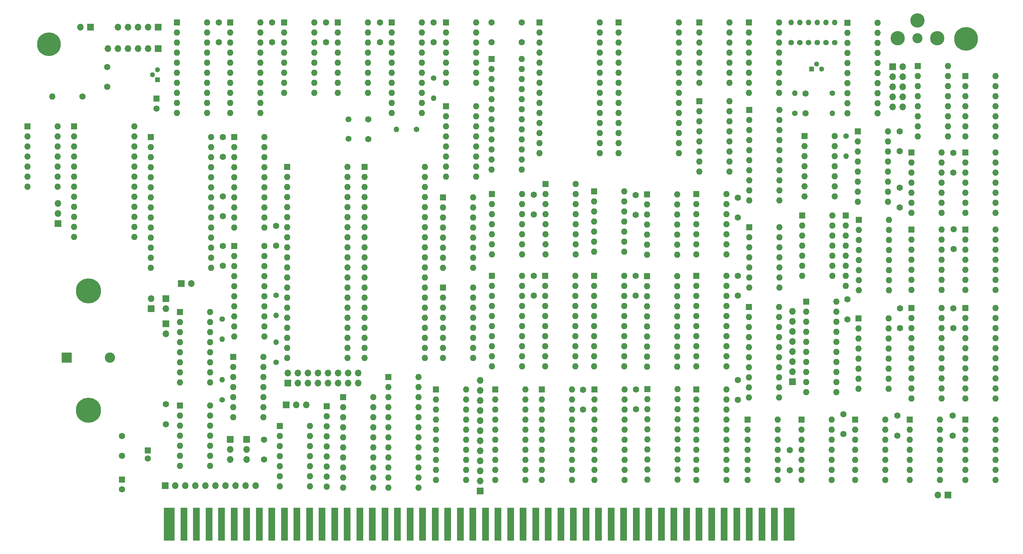
<source format=gbs>
%TF.GenerationSoftware,KiCad,Pcbnew,(6.0.10-0)*%
%TF.CreationDate,2024-01-14T15:11:39-05:00*%
%TF.ProjectId,s100_ColorMagic-1.0-001,73313030-5f43-46f6-9c6f-724d61676963,1.0-001*%
%TF.SameCoordinates,Original*%
%TF.FileFunction,Soldermask,Bot*%
%TF.FilePolarity,Negative*%
%FSLAX46Y46*%
G04 Gerber Fmt 4.6, Leading zero omitted, Abs format (unit mm)*
G04 Created by KiCad (PCBNEW (6.0.10-0)) date 2024-01-14 15:11:39*
%MOMM*%
%LPD*%
G01*
G04 APERTURE LIST*
%ADD10R,1.600000X1.600000*%
%ADD11O,1.600000X1.600000*%
%ADD12C,1.600000*%
%ADD13C,1.400000*%
%ADD14O,1.400000X1.400000*%
%ADD15C,1.500000*%
%ADD16R,1.700000X1.700000*%
%ADD17O,1.700000X1.700000*%
%ADD18C,6.000000*%
%ADD19C,3.616000*%
%ADD20C,2.550000*%
%ADD21R,1.300000X1.300000*%
%ADD22C,1.300000*%
%ADD23R,2.794000X8.382000*%
%ADD24R,1.778000X8.382000*%
%ADD25R,2.600000X2.600000*%
%ADD26C,2.600000*%
%ADD27C,6.350000*%
G04 APERTURE END LIST*
D10*
%TO.C,U67*%
X200000000Y-77760000D03*
D11*
X200000000Y-80300000D03*
X200000000Y-82840000D03*
X200000000Y-85380000D03*
X200000000Y-87920000D03*
X200000000Y-90460000D03*
X200000000Y-93000000D03*
X207620000Y-93000000D03*
X207620000Y-90460000D03*
X207620000Y-87920000D03*
X207620000Y-85380000D03*
X207620000Y-82840000D03*
X207620000Y-80300000D03*
X207620000Y-77760000D03*
%TD*%
D10*
%TO.C,U62*%
X199600000Y-126360000D03*
D11*
X199600000Y-128900000D03*
X199600000Y-131440000D03*
X199600000Y-133980000D03*
X199600000Y-136520000D03*
X199600000Y-139060000D03*
X199600000Y-141600000D03*
X207220000Y-141600000D03*
X207220000Y-139060000D03*
X207220000Y-136520000D03*
X207220000Y-133980000D03*
X207220000Y-131440000D03*
X207220000Y-128900000D03*
X207220000Y-126360000D03*
%TD*%
D10*
%TO.C,U51*%
X69580000Y-110560000D03*
D11*
X69580000Y-113100000D03*
X69580000Y-115640000D03*
X69580000Y-118180000D03*
X69580000Y-120720000D03*
X69580000Y-123260000D03*
X69580000Y-125800000D03*
X77200000Y-125800000D03*
X77200000Y-123260000D03*
X77200000Y-120720000D03*
X77200000Y-118180000D03*
X77200000Y-115640000D03*
X77200000Y-113100000D03*
X77200000Y-110560000D03*
%TD*%
D10*
%TO.C,U43*%
X186580000Y-90000000D03*
D11*
X186580000Y-92540000D03*
X186580000Y-95080000D03*
X186580000Y-97620000D03*
X186580000Y-100160000D03*
X186580000Y-102700000D03*
X186580000Y-105240000D03*
X186580000Y-107780000D03*
X186580000Y-110320000D03*
X186580000Y-112860000D03*
X194200000Y-112860000D03*
X194200000Y-110320000D03*
X194200000Y-107780000D03*
X194200000Y-105240000D03*
X194200000Y-102700000D03*
X194200000Y-100160000D03*
X194200000Y-97620000D03*
X194200000Y-95080000D03*
X194200000Y-92540000D03*
X194200000Y-90000000D03*
%TD*%
D10*
%TO.C,U17*%
X187380000Y-45960000D03*
D11*
X187380000Y-48500000D03*
X187380000Y-51040000D03*
X187380000Y-53580000D03*
X187380000Y-56120000D03*
X187380000Y-58660000D03*
X187380000Y-61200000D03*
X187380000Y-63740000D03*
X195000000Y-63740000D03*
X195000000Y-61200000D03*
X195000000Y-58660000D03*
X195000000Y-56120000D03*
X195000000Y-53580000D03*
X195000000Y-51040000D03*
X195000000Y-48500000D03*
X195000000Y-45960000D03*
%TD*%
D12*
%TO.C,C8*%
X103750000Y-50500000D03*
X103750000Y-55500000D03*
%TD*%
%TO.C,C3*%
X93050000Y-26000000D03*
X93050000Y-31000000D03*
%TD*%
D10*
%TO.C,U37*%
X69880000Y-82500000D03*
D11*
X69880000Y-85040000D03*
X69880000Y-87580000D03*
X69880000Y-90120000D03*
X69880000Y-92660000D03*
X69880000Y-95200000D03*
X69880000Y-97740000D03*
X69880000Y-100280000D03*
X69880000Y-102820000D03*
X69880000Y-105360000D03*
X77500000Y-105360000D03*
X77500000Y-102820000D03*
X77500000Y-100280000D03*
X77500000Y-97740000D03*
X77500000Y-95200000D03*
X77500000Y-92660000D03*
X77500000Y-90120000D03*
X77500000Y-87580000D03*
X77500000Y-85040000D03*
X77500000Y-82500000D03*
%TD*%
D10*
%TO.C,U66*%
X254580000Y-126360000D03*
D11*
X254580000Y-128900000D03*
X254580000Y-131440000D03*
X254580000Y-133980000D03*
X254580000Y-136520000D03*
X254580000Y-139060000D03*
X254580000Y-141600000D03*
X262200000Y-141600000D03*
X262200000Y-139060000D03*
X262200000Y-136520000D03*
X262200000Y-133980000D03*
X262200000Y-131440000D03*
X262200000Y-128900000D03*
X262200000Y-126360000D03*
%TD*%
D13*
%TO.C,R14*%
X80400000Y-111880000D03*
D14*
X80400000Y-106800000D03*
%TD*%
D10*
%TO.C,U6*%
X123380000Y-26000000D03*
D11*
X123380000Y-28540000D03*
X123380000Y-31080000D03*
X123380000Y-33620000D03*
X123380000Y-36160000D03*
X123380000Y-38700000D03*
X123380000Y-41240000D03*
X131000000Y-41240000D03*
X131000000Y-38700000D03*
X131000000Y-36160000D03*
X131000000Y-33620000D03*
X131000000Y-31080000D03*
X131000000Y-28540000D03*
X131000000Y-26000000D03*
%TD*%
D15*
%TO.C,Y1*%
X98750000Y-50500000D03*
X98750000Y-55400000D03*
%TD*%
D10*
%TO.C,U32*%
X186580000Y-69400000D03*
D11*
X186580000Y-71940000D03*
X186580000Y-74480000D03*
X186580000Y-77020000D03*
X186580000Y-79560000D03*
X186580000Y-82100000D03*
X186580000Y-84640000D03*
X194200000Y-84640000D03*
X194200000Y-82100000D03*
X194200000Y-79560000D03*
X194200000Y-77020000D03*
X194200000Y-74480000D03*
X194200000Y-71940000D03*
X194200000Y-69400000D03*
%TD*%
D12*
%TO.C,C33*%
X171345000Y-118765000D03*
X171345000Y-123765000D03*
%TD*%
D10*
%TO.C,U33*%
X213380000Y-74800000D03*
D11*
X213380000Y-77340000D03*
X213380000Y-79880000D03*
X213380000Y-82420000D03*
X213380000Y-84960000D03*
X213380000Y-87500000D03*
X213380000Y-90040000D03*
X221000000Y-90040000D03*
X221000000Y-87500000D03*
X221000000Y-84960000D03*
X221000000Y-82420000D03*
X221000000Y-79880000D03*
X221000000Y-77340000D03*
X221000000Y-74800000D03*
%TD*%
D16*
%TO.C,J4*%
X50600000Y-32600000D03*
D17*
X48060000Y-32600000D03*
X45520000Y-32600000D03*
X42980000Y-32600000D03*
X40440000Y-32600000D03*
X37900000Y-32600000D03*
%TD*%
D10*
%TO.C,U27*%
X122580000Y-70200000D03*
D11*
X122580000Y-72740000D03*
X122580000Y-75280000D03*
X122580000Y-77820000D03*
X122580000Y-80360000D03*
X122580000Y-82900000D03*
X122580000Y-85440000D03*
X122580000Y-87980000D03*
X130200000Y-87980000D03*
X130200000Y-85440000D03*
X130200000Y-82900000D03*
X130200000Y-80360000D03*
X130200000Y-77820000D03*
X130200000Y-75280000D03*
X130200000Y-72740000D03*
X130200000Y-70200000D03*
%TD*%
D12*
%TO.C,C15*%
X145525000Y-69515000D03*
X145525000Y-74515000D03*
%TD*%
D13*
%TO.C,R3*%
X215000000Y-31080000D03*
D14*
X215000000Y-26000000D03*
%TD*%
D12*
%TO.C,C17*%
X197100000Y-70275000D03*
X197100000Y-75275000D03*
%TD*%
%TO.C,C19*%
X80400000Y-82400000D03*
X80400000Y-77400000D03*
%TD*%
D10*
%TO.C,U29*%
X148500000Y-66860000D03*
D11*
X148500000Y-69400000D03*
X148500000Y-71940000D03*
X148500000Y-74480000D03*
X148500000Y-77020000D03*
X148500000Y-79560000D03*
X148500000Y-82100000D03*
X148500000Y-84640000D03*
X156120000Y-84640000D03*
X156120000Y-82100000D03*
X156120000Y-79560000D03*
X156120000Y-77020000D03*
X156120000Y-74480000D03*
X156120000Y-71940000D03*
X156120000Y-69400000D03*
X156120000Y-66860000D03*
%TD*%
D13*
%TO.C,R16*%
X80400000Y-94920000D03*
D14*
X80400000Y-100000000D03*
%TD*%
D10*
%TO.C,U55*%
X108780000Y-115600000D03*
D11*
X108780000Y-118140000D03*
X108780000Y-120680000D03*
X108780000Y-123220000D03*
X108780000Y-125760000D03*
X108780000Y-128300000D03*
X108780000Y-130840000D03*
X108780000Y-133380000D03*
X108780000Y-135920000D03*
X108780000Y-138460000D03*
X108780000Y-141000000D03*
X108780000Y-143540000D03*
X116400000Y-143540000D03*
X116400000Y-141000000D03*
X116400000Y-138460000D03*
X116400000Y-135920000D03*
X116400000Y-133380000D03*
X116400000Y-130840000D03*
X116400000Y-128300000D03*
X116400000Y-125760000D03*
X116400000Y-123220000D03*
X116400000Y-120680000D03*
X116400000Y-118140000D03*
X116400000Y-115600000D03*
%TD*%
D18*
%TO.C,H2*%
X23000000Y-31500000D03*
%TD*%
D16*
%TO.C,JP4*%
X52600000Y-95800000D03*
D17*
X52600000Y-98340000D03*
%TD*%
D13*
%TO.C,R9*%
X211500000Y-49000000D03*
D14*
X211500000Y-43920000D03*
%TD*%
D10*
%TO.C,U20*%
X227400000Y-53500000D03*
D11*
X227400000Y-56040000D03*
X227400000Y-58580000D03*
X227400000Y-61120000D03*
X227400000Y-63660000D03*
X227400000Y-66200000D03*
X227400000Y-68740000D03*
X227400000Y-71280000D03*
X235020000Y-71280000D03*
X235020000Y-68740000D03*
X235020000Y-66200000D03*
X235020000Y-63660000D03*
X235020000Y-61120000D03*
X235020000Y-58580000D03*
X235020000Y-56040000D03*
X235020000Y-53500000D03*
%TD*%
D10*
%TO.C,U52*%
X56180000Y-122760000D03*
D11*
X56180000Y-125300000D03*
X56180000Y-127840000D03*
X56180000Y-130380000D03*
X56180000Y-132920000D03*
X56180000Y-135460000D03*
X56180000Y-138000000D03*
X63800000Y-138000000D03*
X63800000Y-135460000D03*
X63800000Y-132920000D03*
X63800000Y-130380000D03*
X63800000Y-127840000D03*
X63800000Y-125300000D03*
X63800000Y-122760000D03*
%TD*%
D10*
%TO.C,U57*%
X135780000Y-118740000D03*
D11*
X135780000Y-121280000D03*
X135780000Y-123820000D03*
X135780000Y-126360000D03*
X135780000Y-128900000D03*
X135780000Y-131440000D03*
X135780000Y-133980000D03*
X135780000Y-136520000D03*
X135780000Y-139060000D03*
X135780000Y-141600000D03*
X143400000Y-141600000D03*
X143400000Y-139060000D03*
X143400000Y-136520000D03*
X143400000Y-133980000D03*
X143400000Y-131440000D03*
X143400000Y-128900000D03*
X143400000Y-126360000D03*
X143400000Y-123820000D03*
X143400000Y-121280000D03*
X143400000Y-118740000D03*
%TD*%
D12*
%TO.C,C38*%
X223800000Y-125000000D03*
X223800000Y-130000000D03*
%TD*%
D16*
%TO.C,J3*%
X50600000Y-27250000D03*
D17*
X48060000Y-27250000D03*
X45520000Y-27250000D03*
X42980000Y-27250000D03*
X40440000Y-27250000D03*
%TD*%
D16*
%TO.C,JP12*%
X132000000Y-144400000D03*
D17*
X132000000Y-141860000D03*
X132000000Y-139320000D03*
X132000000Y-136780000D03*
X132000000Y-134240000D03*
X132000000Y-131700000D03*
X132000000Y-129160000D03*
X132000000Y-126620000D03*
X132000000Y-124080000D03*
X132000000Y-121540000D03*
X132000000Y-119000000D03*
X132000000Y-116460000D03*
%TD*%
D13*
%TO.C,R5*%
X219400000Y-31080000D03*
D14*
X219400000Y-26000000D03*
%TD*%
D10*
%TO.C,U12*%
X242580000Y-37020000D03*
D11*
X242580000Y-39560000D03*
X242580000Y-42100000D03*
X242580000Y-44640000D03*
X242580000Y-47180000D03*
X242580000Y-49720000D03*
X242580000Y-52260000D03*
X242580000Y-54800000D03*
X250200000Y-54800000D03*
X250200000Y-52260000D03*
X250200000Y-49720000D03*
X250200000Y-47180000D03*
X250200000Y-44640000D03*
X250200000Y-42100000D03*
X250200000Y-39560000D03*
X250200000Y-37020000D03*
%TD*%
D10*
%TO.C,U56*%
X120800000Y-118740000D03*
D11*
X120800000Y-121280000D03*
X120800000Y-123820000D03*
X120800000Y-126360000D03*
X120800000Y-128900000D03*
X120800000Y-131440000D03*
X120800000Y-133980000D03*
X120800000Y-136520000D03*
X120800000Y-139060000D03*
X120800000Y-141600000D03*
X128420000Y-141600000D03*
X128420000Y-139060000D03*
X128420000Y-136520000D03*
X128420000Y-133980000D03*
X128420000Y-131440000D03*
X128420000Y-128900000D03*
X128420000Y-126360000D03*
X128420000Y-123820000D03*
X128420000Y-121280000D03*
X128420000Y-118740000D03*
%TD*%
D12*
%TO.C,C4*%
X106650000Y-26000000D03*
X106650000Y-31000000D03*
%TD*%
D13*
%TO.C,R7*%
X120250000Y-40120000D03*
D14*
X120250000Y-45200000D03*
%TD*%
D12*
%TO.C,C39*%
X237400000Y-125375000D03*
X237400000Y-130375000D03*
%TD*%
D13*
%TO.C,R6*%
X221600000Y-31080000D03*
D14*
X221600000Y-26000000D03*
%TD*%
D12*
%TO.C,C6*%
X134900000Y-26000000D03*
X134900000Y-31000000D03*
%TD*%
D13*
%TO.C,R1*%
X210600000Y-31080000D03*
D14*
X210600000Y-26000000D03*
%TD*%
D12*
%TO.C,C20*%
X238000000Y-72800000D03*
X238000000Y-67800000D03*
%TD*%
%TO.C,R21*%
X31500000Y-44750000D03*
D11*
X23880000Y-44750000D03*
%TD*%
D12*
%TO.C,C1*%
X65970000Y-26000000D03*
X65970000Y-31000000D03*
%TD*%
%TO.C,C5*%
X120250000Y-26000000D03*
X120250000Y-31000000D03*
%TD*%
D19*
%TO.C,J2*%
X247500000Y-30000000D03*
X237500000Y-30000000D03*
X242500000Y-25500000D03*
D20*
X242500000Y-30000000D03*
%TD*%
D10*
%TO.C,U61*%
X186600000Y-118730000D03*
D11*
X186600000Y-121270000D03*
X186600000Y-123810000D03*
X186600000Y-126350000D03*
X186600000Y-128890000D03*
X186600000Y-131430000D03*
X186600000Y-133970000D03*
X186600000Y-136510000D03*
X186600000Y-139050000D03*
X186600000Y-141590000D03*
X194220000Y-141590000D03*
X194220000Y-139050000D03*
X194220000Y-136510000D03*
X194220000Y-133970000D03*
X194220000Y-131430000D03*
X194220000Y-128890000D03*
X194220000Y-126350000D03*
X194220000Y-123810000D03*
X194220000Y-121270000D03*
X194220000Y-118730000D03*
%TD*%
D12*
%TO.C,C11*%
X238000000Y-53500000D03*
X238000000Y-58500000D03*
%TD*%
%TO.C,C24*%
X171275000Y-90050000D03*
X171275000Y-95050000D03*
%TD*%
D10*
%TO.C,U46*%
X227630000Y-100750000D03*
D11*
X227630000Y-103290000D03*
X227630000Y-105830000D03*
X227630000Y-108370000D03*
X227630000Y-110910000D03*
X227630000Y-113450000D03*
X227630000Y-115990000D03*
X227630000Y-118530000D03*
X235250000Y-118530000D03*
X235250000Y-115990000D03*
X235250000Y-113450000D03*
X235250000Y-110910000D03*
X235250000Y-108370000D03*
X235250000Y-105830000D03*
X235250000Y-103290000D03*
X235250000Y-100750000D03*
%TD*%
D13*
%TO.C,R17*%
X66800000Y-121400000D03*
D14*
X66800000Y-116320000D03*
%TD*%
D10*
%TO.C,U1*%
X55350000Y-26000000D03*
D11*
X55350000Y-28540000D03*
X55350000Y-31080000D03*
X55350000Y-33620000D03*
X55350000Y-36160000D03*
X55350000Y-38700000D03*
X55350000Y-41240000D03*
X55350000Y-43780000D03*
X55350000Y-46320000D03*
X55350000Y-48860000D03*
X62970000Y-48860000D03*
X62970000Y-46320000D03*
X62970000Y-43780000D03*
X62970000Y-41240000D03*
X62970000Y-38700000D03*
X62970000Y-36160000D03*
X62970000Y-33620000D03*
X62970000Y-31080000D03*
X62970000Y-28540000D03*
X62970000Y-26000000D03*
%TD*%
D16*
%TO.C,JP10*%
X52380000Y-143000000D03*
D17*
X54920000Y-143000000D03*
X57460000Y-143000000D03*
X60000000Y-143000000D03*
X62540000Y-143000000D03*
X65080000Y-143000000D03*
X67620000Y-143000000D03*
X70160000Y-143000000D03*
X72700000Y-143000000D03*
X75240000Y-143000000D03*
%TD*%
D16*
%TO.C,JP3*%
X48900000Y-98340000D03*
D17*
X48900000Y-95800000D03*
%TD*%
D10*
%TO.C,U41*%
X160800000Y-90050000D03*
D11*
X160800000Y-92590000D03*
X160800000Y-95130000D03*
X160800000Y-97670000D03*
X160800000Y-100210000D03*
X160800000Y-102750000D03*
X160800000Y-105290000D03*
X160800000Y-107830000D03*
X160800000Y-110370000D03*
X160800000Y-112910000D03*
X168420000Y-112910000D03*
X168420000Y-110370000D03*
X168420000Y-107830000D03*
X168420000Y-105290000D03*
X168420000Y-102750000D03*
X168420000Y-100210000D03*
X168420000Y-97670000D03*
X168420000Y-95130000D03*
X168420000Y-92590000D03*
X168420000Y-90050000D03*
%TD*%
D10*
%TO.C,U7*%
X147000000Y-26000000D03*
D11*
X147000000Y-28540000D03*
X147000000Y-31080000D03*
X147000000Y-33620000D03*
X147000000Y-36160000D03*
X147000000Y-38700000D03*
X147000000Y-41240000D03*
X147000000Y-43780000D03*
X147000000Y-46320000D03*
X147000000Y-48860000D03*
X147000000Y-51400000D03*
X147000000Y-53940000D03*
X147000000Y-56480000D03*
X147000000Y-59020000D03*
X162240000Y-59020000D03*
X162240000Y-56480000D03*
X162240000Y-53940000D03*
X162240000Y-51400000D03*
X162240000Y-48860000D03*
X162240000Y-46320000D03*
X162240000Y-43780000D03*
X162240000Y-41240000D03*
X162240000Y-38700000D03*
X162240000Y-36160000D03*
X162240000Y-33620000D03*
X162240000Y-31080000D03*
X162240000Y-28540000D03*
X162240000Y-26000000D03*
%TD*%
D10*
%TO.C,C36*%
X50250000Y-45250000D03*
D12*
X50250000Y-47750000D03*
%TD*%
D10*
%TO.C,U8*%
X167000000Y-26000000D03*
D11*
X167000000Y-28540000D03*
X167000000Y-31080000D03*
X167000000Y-33620000D03*
X167000000Y-36160000D03*
X167000000Y-38700000D03*
X167000000Y-41240000D03*
X167000000Y-43780000D03*
X167000000Y-46320000D03*
X167000000Y-48860000D03*
X167000000Y-51400000D03*
X167000000Y-53940000D03*
X167000000Y-56480000D03*
X167000000Y-59020000D03*
X182240000Y-59020000D03*
X182240000Y-56480000D03*
X182240000Y-53940000D03*
X182240000Y-51400000D03*
X182240000Y-48860000D03*
X182240000Y-46320000D03*
X182240000Y-43780000D03*
X182240000Y-41240000D03*
X182240000Y-38700000D03*
X182240000Y-36160000D03*
X182240000Y-33620000D03*
X182240000Y-31080000D03*
X182240000Y-28540000D03*
X182240000Y-26000000D03*
%TD*%
D10*
%TO.C,U19*%
X214000000Y-54750000D03*
D11*
X214000000Y-57290000D03*
X214000000Y-59830000D03*
X214000000Y-62370000D03*
X214000000Y-64910000D03*
X214000000Y-67450000D03*
X214000000Y-69990000D03*
X221620000Y-69990000D03*
X221620000Y-67450000D03*
X221620000Y-64910000D03*
X221620000Y-62370000D03*
X221620000Y-59830000D03*
X221620000Y-57290000D03*
X221620000Y-54750000D03*
%TD*%
D12*
%TO.C,C18*%
X67000000Y-60000000D03*
X67000000Y-55000000D03*
%TD*%
D10*
%TO.C,U34*%
X227680000Y-75870000D03*
D11*
X227680000Y-78410000D03*
X227680000Y-80950000D03*
X227680000Y-83490000D03*
X227680000Y-86030000D03*
X227680000Y-88570000D03*
X227680000Y-91110000D03*
X227680000Y-93650000D03*
X235300000Y-93650000D03*
X235300000Y-91110000D03*
X235300000Y-88570000D03*
X235300000Y-86030000D03*
X235300000Y-83490000D03*
X235300000Y-80950000D03*
X235300000Y-78410000D03*
X235300000Y-75870000D03*
%TD*%
D12*
%TO.C,C21*%
X251600000Y-78300000D03*
X251600000Y-83300000D03*
%TD*%
%TO.C,C7*%
X142500000Y-26000000D03*
X142500000Y-31000000D03*
%TD*%
D10*
%TO.C,U4*%
X96050000Y-26000000D03*
D11*
X96050000Y-28540000D03*
X96050000Y-31080000D03*
X96050000Y-33620000D03*
X96050000Y-36160000D03*
X96050000Y-38700000D03*
X96050000Y-41240000D03*
X96050000Y-43780000D03*
X103670000Y-43780000D03*
X103670000Y-41240000D03*
X103670000Y-38700000D03*
X103670000Y-36160000D03*
X103670000Y-33620000D03*
X103670000Y-31080000D03*
X103670000Y-28540000D03*
X103670000Y-26000000D03*
%TD*%
D10*
%TO.C,U2*%
X68850000Y-26000000D03*
D11*
X68850000Y-28540000D03*
X68850000Y-31080000D03*
X68850000Y-33620000D03*
X68850000Y-36160000D03*
X68850000Y-38700000D03*
X68850000Y-41240000D03*
X68850000Y-43780000D03*
X68850000Y-46320000D03*
X68850000Y-48860000D03*
X76470000Y-48860000D03*
X76470000Y-46320000D03*
X76470000Y-43780000D03*
X76470000Y-41240000D03*
X76470000Y-38700000D03*
X76470000Y-36160000D03*
X76470000Y-33620000D03*
X76470000Y-31080000D03*
X76470000Y-28540000D03*
X76470000Y-26000000D03*
%TD*%
D10*
%TO.C,U15*%
X123380000Y-47200000D03*
D11*
X123380000Y-49740000D03*
X123380000Y-52280000D03*
X123380000Y-54820000D03*
X123380000Y-57360000D03*
X123380000Y-59900000D03*
X123380000Y-62440000D03*
X123380000Y-64980000D03*
X131000000Y-64980000D03*
X131000000Y-62440000D03*
X131000000Y-59900000D03*
X131000000Y-57360000D03*
X131000000Y-54820000D03*
X131000000Y-52280000D03*
X131000000Y-49740000D03*
X131000000Y-47200000D03*
%TD*%
D12*
%TO.C,C10*%
X67000000Y-87500000D03*
X67000000Y-82500000D03*
%TD*%
D10*
%TO.C,U38*%
X122580000Y-93000000D03*
D11*
X122580000Y-95540000D03*
X122580000Y-98080000D03*
X122580000Y-100620000D03*
X122580000Y-103160000D03*
X122580000Y-105700000D03*
X122580000Y-108240000D03*
X122580000Y-110780000D03*
X130200000Y-110780000D03*
X130200000Y-108240000D03*
X130200000Y-105700000D03*
X130200000Y-103160000D03*
X130200000Y-100620000D03*
X130200000Y-98080000D03*
X130200000Y-95540000D03*
X130200000Y-93000000D03*
%TD*%
D10*
%TO.C,U5*%
X109650000Y-26000000D03*
D11*
X109650000Y-28540000D03*
X109650000Y-31080000D03*
X109650000Y-33620000D03*
X109650000Y-36160000D03*
X109650000Y-38700000D03*
X109650000Y-41240000D03*
X109650000Y-43780000D03*
X109650000Y-46320000D03*
X109650000Y-48860000D03*
X117270000Y-48860000D03*
X117270000Y-46320000D03*
X117270000Y-43780000D03*
X117270000Y-41240000D03*
X117270000Y-38700000D03*
X117270000Y-36160000D03*
X117270000Y-33620000D03*
X117270000Y-31080000D03*
X117270000Y-28540000D03*
X117270000Y-26000000D03*
%TD*%
D16*
%TO.C,JP6*%
X83420000Y-117140000D03*
D17*
X83420000Y-114600000D03*
X85960000Y-117140000D03*
X85960000Y-114600000D03*
X88500000Y-117140000D03*
X88500000Y-114600000D03*
X91040000Y-117140000D03*
X91040000Y-114600000D03*
X93580000Y-117140000D03*
X93580000Y-114600000D03*
X96120000Y-117140000D03*
X96120000Y-114600000D03*
X98660000Y-117140000D03*
X98660000Y-114600000D03*
X101200000Y-117140000D03*
X101200000Y-114600000D03*
%TD*%
D12*
%TO.C,C26*%
X224800000Y-101000000D03*
X224800000Y-96000000D03*
%TD*%
D10*
%TO.C,U59*%
X160900000Y-118730000D03*
D11*
X160900000Y-121270000D03*
X160900000Y-123810000D03*
X160900000Y-126350000D03*
X160900000Y-128890000D03*
X160900000Y-131430000D03*
X160900000Y-133970000D03*
X160900000Y-136510000D03*
X160900000Y-139050000D03*
X160900000Y-141590000D03*
X168520000Y-141590000D03*
X168520000Y-139050000D03*
X168520000Y-136510000D03*
X168520000Y-133970000D03*
X168520000Y-131430000D03*
X168520000Y-128890000D03*
X168520000Y-126350000D03*
X168520000Y-123810000D03*
X168520000Y-121270000D03*
X168520000Y-118730000D03*
%TD*%
D13*
%TO.C,R2*%
X212800000Y-31080000D03*
D14*
X212800000Y-26000000D03*
%TD*%
D21*
%TO.C,U49*%
X50500000Y-40500000D03*
D22*
X49230000Y-39230000D03*
X50500000Y-37960000D03*
%TD*%
D16*
%TO.C,JP7*%
X83000000Y-122600000D03*
D17*
X85540000Y-122600000D03*
X88080000Y-122600000D03*
%TD*%
D12*
%TO.C,C34*%
X197070000Y-116340000D03*
X197070000Y-121340000D03*
%TD*%
D16*
%TO.C,JP2*%
X56460000Y-92000000D03*
D17*
X59000000Y-92000000D03*
%TD*%
D10*
%TO.C,U54*%
X97380000Y-120640000D03*
D11*
X97380000Y-123180000D03*
X97380000Y-125720000D03*
X97380000Y-128260000D03*
X97380000Y-130800000D03*
X97380000Y-133340000D03*
X97380000Y-135880000D03*
X97380000Y-138420000D03*
X97380000Y-140960000D03*
X97380000Y-143500000D03*
X105000000Y-143500000D03*
X105000000Y-140960000D03*
X105000000Y-138420000D03*
X105000000Y-135880000D03*
X105000000Y-133340000D03*
X105000000Y-130800000D03*
X105000000Y-128260000D03*
X105000000Y-125720000D03*
X105000000Y-123180000D03*
X105000000Y-120640000D03*
%TD*%
D10*
%TO.C,U65*%
X240580000Y-126360000D03*
D11*
X240580000Y-128900000D03*
X240580000Y-131440000D03*
X240580000Y-133980000D03*
X240580000Y-136520000D03*
X240580000Y-139060000D03*
X240580000Y-141600000D03*
X248200000Y-141600000D03*
X248200000Y-139060000D03*
X248200000Y-136520000D03*
X248200000Y-133980000D03*
X248200000Y-131440000D03*
X248200000Y-128900000D03*
X248200000Y-126360000D03*
%TD*%
D10*
%TO.C,U58*%
X147600000Y-118740000D03*
D11*
X147600000Y-121280000D03*
X147600000Y-123820000D03*
X147600000Y-126360000D03*
X147600000Y-128900000D03*
X147600000Y-131440000D03*
X147600000Y-133980000D03*
X147600000Y-136520000D03*
X147600000Y-139060000D03*
X147600000Y-141600000D03*
X155220000Y-141600000D03*
X155220000Y-139060000D03*
X155220000Y-136520000D03*
X155220000Y-133980000D03*
X155220000Y-131440000D03*
X155220000Y-128900000D03*
X155220000Y-126360000D03*
X155220000Y-123820000D03*
X155220000Y-121280000D03*
X155220000Y-118740000D03*
%TD*%
D10*
%TO.C,U47*%
X240980000Y-98200000D03*
D11*
X240980000Y-100740000D03*
X240980000Y-103280000D03*
X240980000Y-105820000D03*
X240980000Y-108360000D03*
X240980000Y-110900000D03*
X240980000Y-113440000D03*
X240980000Y-115980000D03*
X240980000Y-118520000D03*
X240980000Y-121060000D03*
X248600000Y-121060000D03*
X248600000Y-118520000D03*
X248600000Y-115980000D03*
X248600000Y-113440000D03*
X248600000Y-110900000D03*
X248600000Y-108360000D03*
X248600000Y-105820000D03*
X248600000Y-103280000D03*
X248600000Y-100740000D03*
X248600000Y-98200000D03*
%TD*%
D23*
%TO.C,P1*%
X53467000Y-152781000D03*
D24*
X57150000Y-152781000D03*
X60325000Y-152781000D03*
X63500000Y-152781000D03*
X66675000Y-152781000D03*
X69850000Y-152781000D03*
X73025000Y-152781000D03*
X76200000Y-152781000D03*
X79375000Y-152781000D03*
X82550000Y-152781000D03*
X85725000Y-152781000D03*
X88900000Y-152781000D03*
X92075000Y-152781000D03*
X95250000Y-152781000D03*
X98425000Y-152781000D03*
X101600000Y-152781000D03*
X104775000Y-152781000D03*
X107950000Y-152781000D03*
X111125000Y-152781000D03*
X114300000Y-152781000D03*
X117475000Y-152781000D03*
X120650000Y-152781000D03*
X123825000Y-152781000D03*
X127000000Y-152781000D03*
X130175000Y-152781000D03*
X133350000Y-152781000D03*
X136525000Y-152781000D03*
X139700000Y-152781000D03*
X142875000Y-152781000D03*
X146050000Y-152781000D03*
X149225000Y-152781000D03*
X152400000Y-152781000D03*
X155575000Y-152781000D03*
X158750000Y-152781000D03*
X161925000Y-152781000D03*
X165100000Y-152781000D03*
X168275000Y-152781000D03*
X171450000Y-152781000D03*
X174625000Y-152781000D03*
X177800000Y-152781000D03*
X180975000Y-152781000D03*
X184150000Y-152781000D03*
X187325000Y-152781000D03*
X190500000Y-152781000D03*
X193675000Y-152781000D03*
X196850000Y-152781000D03*
X200025000Y-152781000D03*
X203200000Y-152781000D03*
X206375000Y-152781000D03*
D23*
X210058000Y-152781000D03*
%TD*%
D10*
%TO.C,U42*%
X174205000Y-90100000D03*
D11*
X174205000Y-92640000D03*
X174205000Y-95180000D03*
X174205000Y-97720000D03*
X174205000Y-100260000D03*
X174205000Y-102800000D03*
X174205000Y-105340000D03*
X174205000Y-107880000D03*
X174205000Y-110420000D03*
X174205000Y-112960000D03*
X181825000Y-112960000D03*
X181825000Y-110420000D03*
X181825000Y-107880000D03*
X181825000Y-105340000D03*
X181825000Y-102800000D03*
X181825000Y-100260000D03*
X181825000Y-97720000D03*
X181825000Y-95180000D03*
X181825000Y-92640000D03*
X181825000Y-90100000D03*
%TD*%
D10*
%TO.C,U39*%
X135000000Y-90000000D03*
D11*
X135000000Y-92540000D03*
X135000000Y-95080000D03*
X135000000Y-97620000D03*
X135000000Y-100160000D03*
X135000000Y-102700000D03*
X135000000Y-105240000D03*
X135000000Y-107780000D03*
X135000000Y-110320000D03*
X135000000Y-112860000D03*
X142620000Y-112860000D03*
X142620000Y-110320000D03*
X142620000Y-107780000D03*
X142620000Y-105240000D03*
X142620000Y-102700000D03*
X142620000Y-100160000D03*
X142620000Y-97620000D03*
X142620000Y-95080000D03*
X142620000Y-92540000D03*
X142620000Y-90000000D03*
%TD*%
D21*
%TO.C,Q1*%
X215710000Y-37750000D03*
D22*
X216980000Y-36480000D03*
X218250000Y-37750000D03*
%TD*%
D10*
%TO.C,U10*%
X199880000Y-26000000D03*
D11*
X199880000Y-28540000D03*
X199880000Y-31080000D03*
X199880000Y-33620000D03*
X199880000Y-36160000D03*
X199880000Y-38700000D03*
X199880000Y-41240000D03*
X199880000Y-43780000D03*
X207500000Y-43780000D03*
X207500000Y-41240000D03*
X207500000Y-38700000D03*
X207500000Y-36160000D03*
X207500000Y-33620000D03*
X207500000Y-31080000D03*
X207500000Y-28540000D03*
X207500000Y-26000000D03*
%TD*%
D16*
%TO.C,JP15*%
X250200000Y-145400000D03*
D17*
X247660000Y-145400000D03*
%TD*%
D12*
%TO.C,C12*%
X251550000Y-58950000D03*
X251550000Y-63950000D03*
%TD*%
D10*
%TO.C,RN2*%
X93200000Y-123000000D03*
D11*
X93200000Y-125540000D03*
X93200000Y-128080000D03*
X93200000Y-130620000D03*
X93200000Y-133160000D03*
X93200000Y-135700000D03*
X93200000Y-138240000D03*
X93200000Y-140780000D03*
X93200000Y-143320000D03*
%TD*%
D10*
%TO.C,C37*%
X48000000Y-134167044D03*
D12*
X48000000Y-136167044D03*
%TD*%
%TO.C,C25*%
X197125000Y-90000000D03*
X197125000Y-95000000D03*
%TD*%
D10*
%TO.C,RN1*%
X224400000Y-74760000D03*
D11*
X224400000Y-77300000D03*
X224400000Y-79840000D03*
X224400000Y-82380000D03*
X224400000Y-84920000D03*
X224400000Y-87460000D03*
X224400000Y-90000000D03*
X224400000Y-92540000D03*
%TD*%
D12*
%TO.C,C31*%
X210200000Y-134100000D03*
X210200000Y-139100000D03*
%TD*%
D10*
%TO.C,U13*%
X254580000Y-39560000D03*
D11*
X254580000Y-42100000D03*
X254580000Y-44640000D03*
X254580000Y-47180000D03*
X254580000Y-49720000D03*
X254580000Y-52260000D03*
X254580000Y-54800000D03*
X262200000Y-54800000D03*
X262200000Y-52260000D03*
X262200000Y-49720000D03*
X262200000Y-47180000D03*
X262200000Y-44640000D03*
X262200000Y-42100000D03*
X262200000Y-39560000D03*
%TD*%
D10*
%TO.C,U36*%
X254600000Y-78360000D03*
D11*
X254600000Y-80900000D03*
X254600000Y-83440000D03*
X254600000Y-85980000D03*
X254600000Y-88520000D03*
X254600000Y-91060000D03*
X254600000Y-93600000D03*
X262220000Y-93600000D03*
X262220000Y-91060000D03*
X262220000Y-88520000D03*
X262220000Y-85980000D03*
X262220000Y-83440000D03*
X262220000Y-80900000D03*
X262220000Y-78360000D03*
%TD*%
D10*
%TO.C,U26*%
X102760000Y-62500000D03*
D11*
X102760000Y-65040000D03*
X102760000Y-67580000D03*
X102760000Y-70120000D03*
X102760000Y-72660000D03*
X102760000Y-75200000D03*
X102760000Y-77740000D03*
X102760000Y-80280000D03*
X102760000Y-82820000D03*
X102760000Y-85360000D03*
X102760000Y-87900000D03*
X102760000Y-90440000D03*
X102760000Y-92980000D03*
X102760000Y-95520000D03*
X102760000Y-98060000D03*
X102760000Y-100600000D03*
X102760000Y-103140000D03*
X102760000Y-105680000D03*
X102760000Y-108220000D03*
X102760000Y-110760000D03*
X118000000Y-110760000D03*
X118000000Y-108220000D03*
X118000000Y-105680000D03*
X118000000Y-103140000D03*
X118000000Y-100600000D03*
X118000000Y-98060000D03*
X118000000Y-95520000D03*
X118000000Y-92980000D03*
X118000000Y-90440000D03*
X118000000Y-87900000D03*
X118000000Y-85360000D03*
X118000000Y-82820000D03*
X118000000Y-80280000D03*
X118000000Y-77740000D03*
X118000000Y-75200000D03*
X118000000Y-72660000D03*
X118000000Y-70120000D03*
X118000000Y-67580000D03*
X118000000Y-65040000D03*
X118000000Y-62500000D03*
%TD*%
D13*
%TO.C,R4*%
X217200000Y-31080000D03*
D14*
X217200000Y-26000000D03*
%TD*%
D13*
%TO.C,R15*%
X66800000Y-100920000D03*
D14*
X66800000Y-106000000D03*
%TD*%
D10*
%TO.C,U9*%
X187380000Y-26000000D03*
D11*
X187380000Y-28540000D03*
X187380000Y-31080000D03*
X187380000Y-33620000D03*
X187380000Y-36160000D03*
X187380000Y-38700000D03*
X187380000Y-41240000D03*
X195000000Y-41240000D03*
X195000000Y-38700000D03*
X195000000Y-36160000D03*
X195000000Y-33620000D03*
X195000000Y-31080000D03*
X195000000Y-28540000D03*
X195000000Y-26000000D03*
%TD*%
D16*
%TO.C,JP9*%
X73000000Y-131320000D03*
D17*
X73000000Y-133860000D03*
X73000000Y-136400000D03*
%TD*%
D12*
%TO.C,C40*%
X251400000Y-125375000D03*
X251400000Y-130375000D03*
%TD*%
D10*
%TO.C,U30*%
X160750000Y-68675000D03*
D11*
X160750000Y-71215000D03*
X160750000Y-73755000D03*
X160750000Y-76295000D03*
X160750000Y-78835000D03*
X160750000Y-81375000D03*
X160750000Y-83915000D03*
X168370000Y-83915000D03*
X168370000Y-81375000D03*
X168370000Y-78835000D03*
X168370000Y-76295000D03*
X168370000Y-73755000D03*
X168370000Y-71215000D03*
X168370000Y-68675000D03*
%TD*%
D12*
%TO.C,C9*%
X214200000Y-49000000D03*
X214200000Y-44000000D03*
%TD*%
D10*
%TO.C,U69*%
X17630000Y-52250000D03*
D11*
X17630000Y-54790000D03*
X17630000Y-57330000D03*
X17630000Y-59870000D03*
X17630000Y-62410000D03*
X17630000Y-64950000D03*
X17630000Y-67490000D03*
X25250000Y-67490000D03*
X25250000Y-64950000D03*
X25250000Y-62410000D03*
X25250000Y-59870000D03*
X25250000Y-57330000D03*
X25250000Y-54790000D03*
X25250000Y-52250000D03*
%TD*%
D10*
%TO.C,U31*%
X174205000Y-69475000D03*
D11*
X174205000Y-72015000D03*
X174205000Y-74555000D03*
X174205000Y-77095000D03*
X174205000Y-79635000D03*
X174205000Y-82175000D03*
X174205000Y-84715000D03*
X181825000Y-84715000D03*
X181825000Y-82175000D03*
X181825000Y-79635000D03*
X181825000Y-77095000D03*
X181825000Y-74555000D03*
X181825000Y-72015000D03*
X181825000Y-69475000D03*
%TD*%
D16*
%TO.C,JP5*%
X52600000Y-102100000D03*
D17*
X52600000Y-104640000D03*
%TD*%
D10*
%TO.C,C13*%
X41500000Y-141500000D03*
D12*
X41500000Y-144000000D03*
%TD*%
D10*
%TO.C,U60*%
X174225000Y-118690000D03*
D11*
X174225000Y-121230000D03*
X174225000Y-123770000D03*
X174225000Y-126310000D03*
X174225000Y-128850000D03*
X174225000Y-131390000D03*
X174225000Y-133930000D03*
X174225000Y-136470000D03*
X174225000Y-139010000D03*
X174225000Y-141550000D03*
X181845000Y-141550000D03*
X181845000Y-139010000D03*
X181845000Y-136470000D03*
X181845000Y-133930000D03*
X181845000Y-131390000D03*
X181845000Y-128850000D03*
X181845000Y-126310000D03*
X181845000Y-123770000D03*
X181845000Y-121230000D03*
X181845000Y-118690000D03*
%TD*%
D12*
%TO.C,C28*%
X251550000Y-98225000D03*
X251550000Y-103225000D03*
%TD*%
D16*
%TO.C,JP1*%
X210950000Y-116750000D03*
D17*
X210950000Y-114210000D03*
X210950000Y-111670000D03*
X210950000Y-109130000D03*
X210950000Y-106590000D03*
X210950000Y-104050000D03*
X210950000Y-101510000D03*
X210950000Y-98970000D03*
%TD*%
D10*
%TO.C,U16*%
X134880000Y-35260000D03*
D11*
X134880000Y-37800000D03*
X134880000Y-40340000D03*
X134880000Y-42880000D03*
X134880000Y-45420000D03*
X134880000Y-47960000D03*
X134880000Y-50500000D03*
X134880000Y-53040000D03*
X134880000Y-55580000D03*
X134880000Y-58120000D03*
X134880000Y-60660000D03*
X134880000Y-63200000D03*
X142500000Y-63200000D03*
X142500000Y-60660000D03*
X142500000Y-58120000D03*
X142500000Y-55580000D03*
X142500000Y-53040000D03*
X142500000Y-50500000D03*
X142500000Y-47960000D03*
X142500000Y-45420000D03*
X142500000Y-42880000D03*
X142500000Y-40340000D03*
X142500000Y-37800000D03*
X142500000Y-35260000D03*
%TD*%
D10*
%TO.C,U40*%
X148450000Y-90025000D03*
D11*
X148450000Y-92565000D03*
X148450000Y-95105000D03*
X148450000Y-97645000D03*
X148450000Y-100185000D03*
X148450000Y-102725000D03*
X148450000Y-105265000D03*
X148450000Y-107805000D03*
X148450000Y-110345000D03*
X148450000Y-112885000D03*
X156070000Y-112885000D03*
X156070000Y-110345000D03*
X156070000Y-107805000D03*
X156070000Y-105265000D03*
X156070000Y-102725000D03*
X156070000Y-100185000D03*
X156070000Y-97645000D03*
X156070000Y-95105000D03*
X156070000Y-92565000D03*
X156070000Y-90025000D03*
%TD*%
D16*
%TO.C,JP13*%
X25300000Y-76800000D03*
D17*
X25300000Y-74260000D03*
X25300000Y-71720000D03*
%TD*%
D10*
%TO.C,U24*%
X69880000Y-55000000D03*
D11*
X69880000Y-57540000D03*
X69880000Y-60080000D03*
X69880000Y-62620000D03*
X69880000Y-65160000D03*
X69880000Y-67700000D03*
X69880000Y-70240000D03*
X69880000Y-72780000D03*
X69880000Y-75320000D03*
X69880000Y-77860000D03*
X77500000Y-77860000D03*
X77500000Y-75320000D03*
X77500000Y-72780000D03*
X77500000Y-70240000D03*
X77500000Y-67700000D03*
X77500000Y-65160000D03*
X77500000Y-62620000D03*
X77500000Y-60080000D03*
X77500000Y-57540000D03*
X77500000Y-55000000D03*
%TD*%
D10*
%TO.C,U50*%
X56180000Y-99200000D03*
D11*
X56180000Y-101740000D03*
X56180000Y-104280000D03*
X56180000Y-106820000D03*
X56180000Y-109360000D03*
X56180000Y-111900000D03*
X56180000Y-114440000D03*
X56180000Y-116980000D03*
X63800000Y-116980000D03*
X63800000Y-114440000D03*
X63800000Y-111900000D03*
X63800000Y-109360000D03*
X63800000Y-106820000D03*
X63800000Y-104280000D03*
X63800000Y-101740000D03*
X63800000Y-99200000D03*
%TD*%
D25*
%TO.C,U14*%
X27550000Y-110700000D03*
D26*
X38470000Y-110700000D03*
D27*
X33000000Y-124000000D03*
X33000000Y-93800000D03*
%TD*%
D12*
%TO.C,C30*%
X77400000Y-131400000D03*
X77400000Y-136400000D03*
%TD*%
D10*
%TO.C,U28*%
X135000000Y-69400000D03*
D11*
X135000000Y-71940000D03*
X135000000Y-74480000D03*
X135000000Y-77020000D03*
X135000000Y-79560000D03*
X135000000Y-82100000D03*
X135000000Y-84640000D03*
X142620000Y-84640000D03*
X142620000Y-82100000D03*
X142620000Y-79560000D03*
X142620000Y-77020000D03*
X142620000Y-74480000D03*
X142620000Y-71940000D03*
X142620000Y-69400000D03*
%TD*%
D12*
%TO.C,C29*%
X52600000Y-127500000D03*
X52600000Y-122500000D03*
%TD*%
D10*
%TO.C,U25*%
X83260000Y-62500000D03*
D11*
X83260000Y-65040000D03*
X83260000Y-67580000D03*
X83260000Y-70120000D03*
X83260000Y-72660000D03*
X83260000Y-75200000D03*
X83260000Y-77740000D03*
X83260000Y-80280000D03*
X83260000Y-82820000D03*
X83260000Y-85360000D03*
X83260000Y-87900000D03*
X83260000Y-90440000D03*
X83260000Y-92980000D03*
X83260000Y-95520000D03*
X83260000Y-98060000D03*
X83260000Y-100600000D03*
X83260000Y-103140000D03*
X83260000Y-105680000D03*
X83260000Y-108220000D03*
X83260000Y-110760000D03*
X98500000Y-110760000D03*
X98500000Y-108220000D03*
X98500000Y-105680000D03*
X98500000Y-103140000D03*
X98500000Y-100600000D03*
X98500000Y-98060000D03*
X98500000Y-95520000D03*
X98500000Y-92980000D03*
X98500000Y-90440000D03*
X98500000Y-87900000D03*
X98500000Y-85360000D03*
X98500000Y-82820000D03*
X98500000Y-80280000D03*
X98500000Y-77740000D03*
X98500000Y-75200000D03*
X98500000Y-72660000D03*
X98500000Y-70120000D03*
X98500000Y-67580000D03*
X98500000Y-65040000D03*
X98500000Y-62500000D03*
%TD*%
D10*
%TO.C,U48*%
X254580000Y-98140000D03*
D11*
X254580000Y-100680000D03*
X254580000Y-103220000D03*
X254580000Y-105760000D03*
X254580000Y-108300000D03*
X254580000Y-110840000D03*
X254580000Y-113380000D03*
X254580000Y-115920000D03*
X254580000Y-118460000D03*
X254580000Y-121000000D03*
X262200000Y-121000000D03*
X262200000Y-118460000D03*
X262200000Y-115920000D03*
X262200000Y-113380000D03*
X262200000Y-110840000D03*
X262200000Y-108300000D03*
X262200000Y-105760000D03*
X262200000Y-103220000D03*
X262200000Y-100680000D03*
X262200000Y-98140000D03*
%TD*%
D10*
%TO.C,U44*%
X199880000Y-97940000D03*
D11*
X199880000Y-100480000D03*
X199880000Y-103020000D03*
X199880000Y-105560000D03*
X199880000Y-108100000D03*
X199880000Y-110640000D03*
X199880000Y-113180000D03*
X199880000Y-115720000D03*
X199880000Y-118260000D03*
X199880000Y-120800000D03*
X207500000Y-120800000D03*
X207500000Y-118260000D03*
X207500000Y-115720000D03*
X207500000Y-113180000D03*
X207500000Y-110640000D03*
X207500000Y-108100000D03*
X207500000Y-105560000D03*
X207500000Y-103020000D03*
X207500000Y-100480000D03*
X207500000Y-97940000D03*
%TD*%
D13*
%TO.C,R10*%
X224500000Y-54750000D03*
D14*
X224500000Y-59830000D03*
%TD*%
D10*
%TO.C,U23*%
X48760000Y-55000000D03*
D11*
X48760000Y-57540000D03*
X48760000Y-60080000D03*
X48760000Y-62620000D03*
X48760000Y-65160000D03*
X48760000Y-67700000D03*
X48760000Y-70240000D03*
X48760000Y-72780000D03*
X48760000Y-75320000D03*
X48760000Y-77860000D03*
X48760000Y-80400000D03*
X48760000Y-82940000D03*
X48760000Y-85480000D03*
X48760000Y-88020000D03*
X64000000Y-88020000D03*
X64000000Y-85480000D03*
X64000000Y-82940000D03*
X64000000Y-80400000D03*
X64000000Y-77860000D03*
X64000000Y-75320000D03*
X64000000Y-72780000D03*
X64000000Y-70240000D03*
X64000000Y-67700000D03*
X64000000Y-65160000D03*
X64000000Y-62620000D03*
X64000000Y-60080000D03*
X64000000Y-57540000D03*
X64000000Y-55000000D03*
%TD*%
D12*
%TO.C,C35*%
X37750000Y-42250000D03*
X37750000Y-37250000D03*
%TD*%
D10*
%TO.C,U68*%
X29360000Y-52310000D03*
D11*
X29360000Y-54850000D03*
X29360000Y-57390000D03*
X29360000Y-59930000D03*
X29360000Y-62470000D03*
X29360000Y-65010000D03*
X29360000Y-67550000D03*
X29360000Y-70090000D03*
X29360000Y-72630000D03*
X29360000Y-75170000D03*
X29360000Y-77710000D03*
X29360000Y-80250000D03*
X44600000Y-80250000D03*
X44600000Y-77710000D03*
X44600000Y-75170000D03*
X44600000Y-72630000D03*
X44600000Y-70090000D03*
X44600000Y-67550000D03*
X44600000Y-65010000D03*
X44600000Y-62470000D03*
X44600000Y-59930000D03*
X44600000Y-57390000D03*
X44600000Y-54850000D03*
X44600000Y-52310000D03*
%TD*%
D10*
%TO.C,U35*%
X240980000Y-78360000D03*
D11*
X240980000Y-80900000D03*
X240980000Y-83440000D03*
X240980000Y-85980000D03*
X240980000Y-88520000D03*
X240980000Y-91060000D03*
X240980000Y-93600000D03*
X248600000Y-93600000D03*
X248600000Y-91060000D03*
X248600000Y-88520000D03*
X248600000Y-85980000D03*
X248600000Y-83440000D03*
X248600000Y-80900000D03*
X248600000Y-78360000D03*
%TD*%
D10*
%TO.C,U22*%
X254580000Y-58860000D03*
D11*
X254580000Y-61400000D03*
X254580000Y-63940000D03*
X254580000Y-66480000D03*
X254580000Y-69020000D03*
X254580000Y-71560000D03*
X254580000Y-74100000D03*
X262200000Y-74100000D03*
X262200000Y-71560000D03*
X262200000Y-69020000D03*
X262200000Y-66480000D03*
X262200000Y-63940000D03*
X262200000Y-61400000D03*
X262200000Y-58860000D03*
%TD*%
D10*
%TO.C,U53*%
X81380000Y-128000000D03*
D11*
X81380000Y-130540000D03*
X81380000Y-133080000D03*
X81380000Y-135620000D03*
X81380000Y-138160000D03*
X81380000Y-140700000D03*
X81380000Y-143240000D03*
X89000000Y-143240000D03*
X89000000Y-140700000D03*
X89000000Y-138160000D03*
X89000000Y-135620000D03*
X89000000Y-133080000D03*
X89000000Y-130540000D03*
X89000000Y-128000000D03*
%TD*%
D12*
%TO.C,C27*%
X238125000Y-98275000D03*
X238125000Y-103275000D03*
%TD*%
D10*
%TO.C,U63*%
X213200000Y-126360000D03*
D11*
X213200000Y-128900000D03*
X213200000Y-131440000D03*
X213200000Y-133980000D03*
X213200000Y-136520000D03*
X213200000Y-139060000D03*
X213200000Y-141600000D03*
X220820000Y-141600000D03*
X220820000Y-139060000D03*
X220820000Y-136520000D03*
X220820000Y-133980000D03*
X220820000Y-131440000D03*
X220820000Y-128900000D03*
X220820000Y-126360000D03*
%TD*%
D10*
%TO.C,U21*%
X240980000Y-58900000D03*
D11*
X240980000Y-61440000D03*
X240980000Y-63980000D03*
X240980000Y-66520000D03*
X240980000Y-69060000D03*
X240980000Y-71600000D03*
X240980000Y-74140000D03*
X248600000Y-74140000D03*
X248600000Y-71600000D03*
X248600000Y-69060000D03*
X248600000Y-66520000D03*
X248600000Y-63980000D03*
X248600000Y-61440000D03*
X248600000Y-58900000D03*
%TD*%
D12*
%TO.C,C14*%
X67000000Y-75000000D03*
X67000000Y-70000000D03*
%TD*%
D10*
%TO.C,U3*%
X82450000Y-26000000D03*
D11*
X82450000Y-28540000D03*
X82450000Y-31080000D03*
X82450000Y-33620000D03*
X82450000Y-36160000D03*
X82450000Y-38700000D03*
X82450000Y-41240000D03*
X82450000Y-43780000D03*
X90070000Y-43780000D03*
X90070000Y-41240000D03*
X90070000Y-38700000D03*
X90070000Y-36160000D03*
X90070000Y-33620000D03*
X90070000Y-31080000D03*
X90070000Y-28540000D03*
X90070000Y-26000000D03*
%TD*%
D16*
%TO.C,J1*%
X236260000Y-37200000D03*
D17*
X238800000Y-37200000D03*
X236260000Y-39740000D03*
X238800000Y-39740000D03*
X236260000Y-42280000D03*
X238800000Y-42280000D03*
X236260000Y-44820000D03*
X238800000Y-44820000D03*
X236260000Y-47360000D03*
X238800000Y-47360000D03*
%TD*%
D12*
%TO.C,C22*%
X41500000Y-130500000D03*
X41500000Y-135500000D03*
%TD*%
D16*
%TO.C,JP8*%
X68800000Y-131320000D03*
D17*
X68800000Y-133860000D03*
X68800000Y-136400000D03*
%TD*%
D13*
%TO.C,R8*%
X115930000Y-53000000D03*
D14*
X110850000Y-53000000D03*
%TD*%
D13*
%TO.C,R11*%
X221000000Y-43920000D03*
D14*
X221000000Y-49000000D03*
%TD*%
D18*
%TO.C,H1*%
X254800000Y-30200000D03*
%TD*%
D12*
%TO.C,C32*%
X158020000Y-118790000D03*
X158020000Y-123790000D03*
%TD*%
%TO.C,C23*%
X145525000Y-90000000D03*
X145525000Y-95000000D03*
%TD*%
D10*
%TO.C,U64*%
X226780000Y-126360000D03*
D11*
X226780000Y-128900000D03*
X226780000Y-131440000D03*
X226780000Y-133980000D03*
X226780000Y-136520000D03*
X226780000Y-139060000D03*
X226780000Y-141600000D03*
X234400000Y-141600000D03*
X234400000Y-139060000D03*
X234400000Y-136520000D03*
X234400000Y-133980000D03*
X234400000Y-131440000D03*
X234400000Y-128900000D03*
X234400000Y-126360000D03*
%TD*%
D12*
%TO.C,C16*%
X171275000Y-69640000D03*
X171275000Y-74640000D03*
%TD*%
D10*
%TO.C,U45*%
X214380000Y-96540000D03*
D11*
X214380000Y-99080000D03*
X214380000Y-101620000D03*
X214380000Y-104160000D03*
X214380000Y-106700000D03*
X214380000Y-109240000D03*
X214380000Y-111780000D03*
X214380000Y-114320000D03*
X214380000Y-116860000D03*
X214380000Y-119400000D03*
X222000000Y-119400000D03*
X222000000Y-116860000D03*
X222000000Y-114320000D03*
X222000000Y-111780000D03*
X222000000Y-109240000D03*
X222000000Y-106700000D03*
X222000000Y-104160000D03*
X222000000Y-101620000D03*
X222000000Y-99080000D03*
X222000000Y-96540000D03*
%TD*%
D12*
%TO.C,C2*%
X79450000Y-26000000D03*
X79450000Y-31000000D03*
%TD*%
D10*
%TO.C,U11*%
X224780000Y-26140000D03*
D11*
X224780000Y-28680000D03*
X224780000Y-31220000D03*
X224780000Y-33760000D03*
X224780000Y-36300000D03*
X224780000Y-38840000D03*
X224780000Y-41380000D03*
X224780000Y-43920000D03*
X224780000Y-46460000D03*
X224780000Y-49000000D03*
X232400000Y-49000000D03*
X232400000Y-46460000D03*
X232400000Y-43920000D03*
X232400000Y-41380000D03*
X232400000Y-38840000D03*
X232400000Y-36300000D03*
X232400000Y-33760000D03*
X232400000Y-31220000D03*
X232400000Y-28680000D03*
X232400000Y-26140000D03*
%TD*%
D10*
%TO.C,U18*%
X199980000Y-48140000D03*
D11*
X199980000Y-50680000D03*
X199980000Y-53220000D03*
X199980000Y-55760000D03*
X199980000Y-58300000D03*
X199980000Y-60840000D03*
X199980000Y-63380000D03*
X199980000Y-65920000D03*
X199980000Y-68460000D03*
X199980000Y-71000000D03*
X207600000Y-71000000D03*
X207600000Y-68460000D03*
X207600000Y-65920000D03*
X207600000Y-63380000D03*
X207600000Y-60840000D03*
X207600000Y-58300000D03*
X207600000Y-55760000D03*
X207600000Y-53220000D03*
X207600000Y-50680000D03*
X207600000Y-48140000D03*
%TD*%
D16*
%TO.C,JP14*%
X33500000Y-27250000D03*
D17*
X30960000Y-27250000D03*
%TD*%
M02*

</source>
